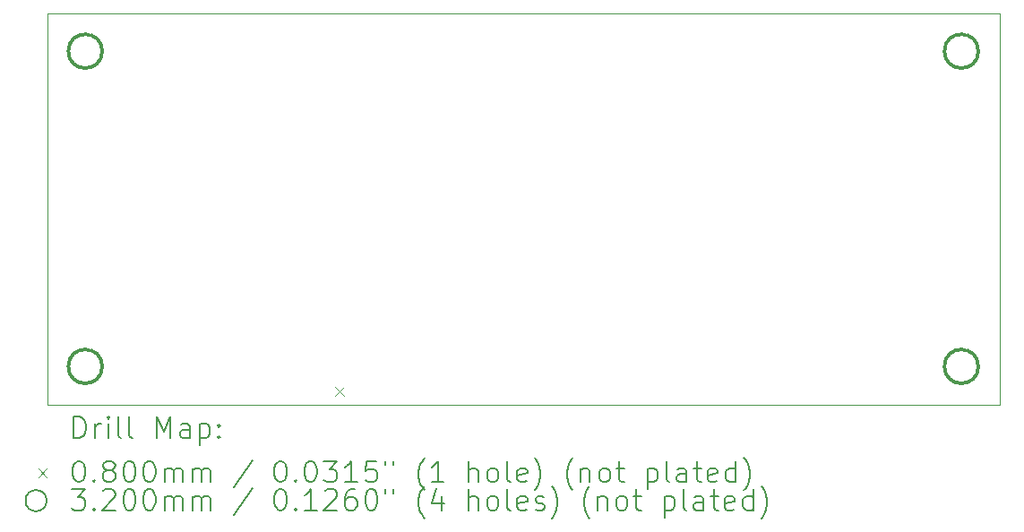
<source format=gbr>
%FSLAX45Y45*%
G04 Gerber Fmt 4.5, Leading zero omitted, Abs format (unit mm)*
G04 Created by KiCad (PCBNEW (6.0.4-0)) date 2022-07-12 14:17:31*
%MOMM*%
%LPD*%
G01*
G04 APERTURE LIST*
%TA.AperFunction,Profile*%
%ADD10C,0.100000*%
%TD*%
%ADD11C,0.200000*%
%ADD12C,0.080000*%
%ADD13C,0.320000*%
G04 APERTURE END LIST*
D10*
X8000000Y-5600000D02*
X17000000Y-5600000D01*
X17000000Y-5600000D02*
X17000000Y-9300000D01*
X17000000Y-9300000D02*
X8000000Y-9300000D01*
X8000000Y-9300000D02*
X8000000Y-5600000D01*
D11*
D12*
X10722000Y-9138000D02*
X10802000Y-9218000D01*
X10802000Y-9138000D02*
X10722000Y-9218000D01*
D13*
X8520000Y-5960000D02*
G75*
G03*
X8520000Y-5960000I-160000J0D01*
G01*
X8520000Y-8940000D02*
G75*
G03*
X8520000Y-8940000I-160000J0D01*
G01*
X16800000Y-5960000D02*
G75*
G03*
X16800000Y-5960000I-160000J0D01*
G01*
X16800000Y-8940000D02*
G75*
G03*
X16800000Y-8940000I-160000J0D01*
G01*
D11*
X8252619Y-9615476D02*
X8252619Y-9415476D01*
X8300238Y-9415476D01*
X8328809Y-9425000D01*
X8347857Y-9444048D01*
X8357381Y-9463095D01*
X8366905Y-9501190D01*
X8366905Y-9529762D01*
X8357381Y-9567857D01*
X8347857Y-9586905D01*
X8328809Y-9605952D01*
X8300238Y-9615476D01*
X8252619Y-9615476D01*
X8452619Y-9615476D02*
X8452619Y-9482143D01*
X8452619Y-9520238D02*
X8462143Y-9501190D01*
X8471667Y-9491667D01*
X8490714Y-9482143D01*
X8509762Y-9482143D01*
X8576429Y-9615476D02*
X8576429Y-9482143D01*
X8576429Y-9415476D02*
X8566905Y-9425000D01*
X8576429Y-9434524D01*
X8585952Y-9425000D01*
X8576429Y-9415476D01*
X8576429Y-9434524D01*
X8700238Y-9615476D02*
X8681190Y-9605952D01*
X8671667Y-9586905D01*
X8671667Y-9415476D01*
X8805000Y-9615476D02*
X8785952Y-9605952D01*
X8776429Y-9586905D01*
X8776429Y-9415476D01*
X9033571Y-9615476D02*
X9033571Y-9415476D01*
X9100238Y-9558333D01*
X9166905Y-9415476D01*
X9166905Y-9615476D01*
X9347857Y-9615476D02*
X9347857Y-9510714D01*
X9338333Y-9491667D01*
X9319286Y-9482143D01*
X9281190Y-9482143D01*
X9262143Y-9491667D01*
X9347857Y-9605952D02*
X9328810Y-9615476D01*
X9281190Y-9615476D01*
X9262143Y-9605952D01*
X9252619Y-9586905D01*
X9252619Y-9567857D01*
X9262143Y-9548810D01*
X9281190Y-9539286D01*
X9328810Y-9539286D01*
X9347857Y-9529762D01*
X9443095Y-9482143D02*
X9443095Y-9682143D01*
X9443095Y-9491667D02*
X9462143Y-9482143D01*
X9500238Y-9482143D01*
X9519286Y-9491667D01*
X9528810Y-9501190D01*
X9538333Y-9520238D01*
X9538333Y-9577381D01*
X9528810Y-9596429D01*
X9519286Y-9605952D01*
X9500238Y-9615476D01*
X9462143Y-9615476D01*
X9443095Y-9605952D01*
X9624048Y-9596429D02*
X9633571Y-9605952D01*
X9624048Y-9615476D01*
X9614524Y-9605952D01*
X9624048Y-9596429D01*
X9624048Y-9615476D01*
X9624048Y-9491667D02*
X9633571Y-9501190D01*
X9624048Y-9510714D01*
X9614524Y-9501190D01*
X9624048Y-9491667D01*
X9624048Y-9510714D01*
D12*
X7915000Y-9905000D02*
X7995000Y-9985000D01*
X7995000Y-9905000D02*
X7915000Y-9985000D01*
D11*
X8290714Y-9835476D02*
X8309762Y-9835476D01*
X8328809Y-9845000D01*
X8338333Y-9854524D01*
X8347857Y-9873571D01*
X8357381Y-9911667D01*
X8357381Y-9959286D01*
X8347857Y-9997381D01*
X8338333Y-10016429D01*
X8328809Y-10025952D01*
X8309762Y-10035476D01*
X8290714Y-10035476D01*
X8271667Y-10025952D01*
X8262143Y-10016429D01*
X8252619Y-9997381D01*
X8243095Y-9959286D01*
X8243095Y-9911667D01*
X8252619Y-9873571D01*
X8262143Y-9854524D01*
X8271667Y-9845000D01*
X8290714Y-9835476D01*
X8443095Y-10016429D02*
X8452619Y-10025952D01*
X8443095Y-10035476D01*
X8433571Y-10025952D01*
X8443095Y-10016429D01*
X8443095Y-10035476D01*
X8566905Y-9921190D02*
X8547857Y-9911667D01*
X8538333Y-9902143D01*
X8528810Y-9883095D01*
X8528810Y-9873571D01*
X8538333Y-9854524D01*
X8547857Y-9845000D01*
X8566905Y-9835476D01*
X8605000Y-9835476D01*
X8624048Y-9845000D01*
X8633571Y-9854524D01*
X8643095Y-9873571D01*
X8643095Y-9883095D01*
X8633571Y-9902143D01*
X8624048Y-9911667D01*
X8605000Y-9921190D01*
X8566905Y-9921190D01*
X8547857Y-9930714D01*
X8538333Y-9940238D01*
X8528810Y-9959286D01*
X8528810Y-9997381D01*
X8538333Y-10016429D01*
X8547857Y-10025952D01*
X8566905Y-10035476D01*
X8605000Y-10035476D01*
X8624048Y-10025952D01*
X8633571Y-10016429D01*
X8643095Y-9997381D01*
X8643095Y-9959286D01*
X8633571Y-9940238D01*
X8624048Y-9930714D01*
X8605000Y-9921190D01*
X8766905Y-9835476D02*
X8785952Y-9835476D01*
X8805000Y-9845000D01*
X8814524Y-9854524D01*
X8824048Y-9873571D01*
X8833571Y-9911667D01*
X8833571Y-9959286D01*
X8824048Y-9997381D01*
X8814524Y-10016429D01*
X8805000Y-10025952D01*
X8785952Y-10035476D01*
X8766905Y-10035476D01*
X8747857Y-10025952D01*
X8738333Y-10016429D01*
X8728810Y-9997381D01*
X8719286Y-9959286D01*
X8719286Y-9911667D01*
X8728810Y-9873571D01*
X8738333Y-9854524D01*
X8747857Y-9845000D01*
X8766905Y-9835476D01*
X8957381Y-9835476D02*
X8976429Y-9835476D01*
X8995476Y-9845000D01*
X9005000Y-9854524D01*
X9014524Y-9873571D01*
X9024048Y-9911667D01*
X9024048Y-9959286D01*
X9014524Y-9997381D01*
X9005000Y-10016429D01*
X8995476Y-10025952D01*
X8976429Y-10035476D01*
X8957381Y-10035476D01*
X8938333Y-10025952D01*
X8928810Y-10016429D01*
X8919286Y-9997381D01*
X8909762Y-9959286D01*
X8909762Y-9911667D01*
X8919286Y-9873571D01*
X8928810Y-9854524D01*
X8938333Y-9845000D01*
X8957381Y-9835476D01*
X9109762Y-10035476D02*
X9109762Y-9902143D01*
X9109762Y-9921190D02*
X9119286Y-9911667D01*
X9138333Y-9902143D01*
X9166905Y-9902143D01*
X9185952Y-9911667D01*
X9195476Y-9930714D01*
X9195476Y-10035476D01*
X9195476Y-9930714D02*
X9205000Y-9911667D01*
X9224048Y-9902143D01*
X9252619Y-9902143D01*
X9271667Y-9911667D01*
X9281190Y-9930714D01*
X9281190Y-10035476D01*
X9376429Y-10035476D02*
X9376429Y-9902143D01*
X9376429Y-9921190D02*
X9385952Y-9911667D01*
X9405000Y-9902143D01*
X9433571Y-9902143D01*
X9452619Y-9911667D01*
X9462143Y-9930714D01*
X9462143Y-10035476D01*
X9462143Y-9930714D02*
X9471667Y-9911667D01*
X9490714Y-9902143D01*
X9519286Y-9902143D01*
X9538333Y-9911667D01*
X9547857Y-9930714D01*
X9547857Y-10035476D01*
X9938333Y-9825952D02*
X9766905Y-10083095D01*
X10195476Y-9835476D02*
X10214524Y-9835476D01*
X10233571Y-9845000D01*
X10243095Y-9854524D01*
X10252619Y-9873571D01*
X10262143Y-9911667D01*
X10262143Y-9959286D01*
X10252619Y-9997381D01*
X10243095Y-10016429D01*
X10233571Y-10025952D01*
X10214524Y-10035476D01*
X10195476Y-10035476D01*
X10176429Y-10025952D01*
X10166905Y-10016429D01*
X10157381Y-9997381D01*
X10147857Y-9959286D01*
X10147857Y-9911667D01*
X10157381Y-9873571D01*
X10166905Y-9854524D01*
X10176429Y-9845000D01*
X10195476Y-9835476D01*
X10347857Y-10016429D02*
X10357381Y-10025952D01*
X10347857Y-10035476D01*
X10338333Y-10025952D01*
X10347857Y-10016429D01*
X10347857Y-10035476D01*
X10481190Y-9835476D02*
X10500238Y-9835476D01*
X10519286Y-9845000D01*
X10528810Y-9854524D01*
X10538333Y-9873571D01*
X10547857Y-9911667D01*
X10547857Y-9959286D01*
X10538333Y-9997381D01*
X10528810Y-10016429D01*
X10519286Y-10025952D01*
X10500238Y-10035476D01*
X10481190Y-10035476D01*
X10462143Y-10025952D01*
X10452619Y-10016429D01*
X10443095Y-9997381D01*
X10433571Y-9959286D01*
X10433571Y-9911667D01*
X10443095Y-9873571D01*
X10452619Y-9854524D01*
X10462143Y-9845000D01*
X10481190Y-9835476D01*
X10614524Y-9835476D02*
X10738333Y-9835476D01*
X10671667Y-9911667D01*
X10700238Y-9911667D01*
X10719286Y-9921190D01*
X10728810Y-9930714D01*
X10738333Y-9949762D01*
X10738333Y-9997381D01*
X10728810Y-10016429D01*
X10719286Y-10025952D01*
X10700238Y-10035476D01*
X10643095Y-10035476D01*
X10624048Y-10025952D01*
X10614524Y-10016429D01*
X10928810Y-10035476D02*
X10814524Y-10035476D01*
X10871667Y-10035476D02*
X10871667Y-9835476D01*
X10852619Y-9864048D01*
X10833571Y-9883095D01*
X10814524Y-9892619D01*
X11109762Y-9835476D02*
X11014524Y-9835476D01*
X11005000Y-9930714D01*
X11014524Y-9921190D01*
X11033571Y-9911667D01*
X11081190Y-9911667D01*
X11100238Y-9921190D01*
X11109762Y-9930714D01*
X11119286Y-9949762D01*
X11119286Y-9997381D01*
X11109762Y-10016429D01*
X11100238Y-10025952D01*
X11081190Y-10035476D01*
X11033571Y-10035476D01*
X11014524Y-10025952D01*
X11005000Y-10016429D01*
X11195476Y-9835476D02*
X11195476Y-9873571D01*
X11271667Y-9835476D02*
X11271667Y-9873571D01*
X11566905Y-10111667D02*
X11557381Y-10102143D01*
X11538333Y-10073571D01*
X11528809Y-10054524D01*
X11519286Y-10025952D01*
X11509762Y-9978333D01*
X11509762Y-9940238D01*
X11519286Y-9892619D01*
X11528809Y-9864048D01*
X11538333Y-9845000D01*
X11557381Y-9816429D01*
X11566905Y-9806905D01*
X11747857Y-10035476D02*
X11633571Y-10035476D01*
X11690714Y-10035476D02*
X11690714Y-9835476D01*
X11671667Y-9864048D01*
X11652619Y-9883095D01*
X11633571Y-9892619D01*
X11985952Y-10035476D02*
X11985952Y-9835476D01*
X12071667Y-10035476D02*
X12071667Y-9930714D01*
X12062143Y-9911667D01*
X12043095Y-9902143D01*
X12014524Y-9902143D01*
X11995476Y-9911667D01*
X11985952Y-9921190D01*
X12195476Y-10035476D02*
X12176428Y-10025952D01*
X12166905Y-10016429D01*
X12157381Y-9997381D01*
X12157381Y-9940238D01*
X12166905Y-9921190D01*
X12176428Y-9911667D01*
X12195476Y-9902143D01*
X12224048Y-9902143D01*
X12243095Y-9911667D01*
X12252619Y-9921190D01*
X12262143Y-9940238D01*
X12262143Y-9997381D01*
X12252619Y-10016429D01*
X12243095Y-10025952D01*
X12224048Y-10035476D01*
X12195476Y-10035476D01*
X12376428Y-10035476D02*
X12357381Y-10025952D01*
X12347857Y-10006905D01*
X12347857Y-9835476D01*
X12528809Y-10025952D02*
X12509762Y-10035476D01*
X12471667Y-10035476D01*
X12452619Y-10025952D01*
X12443095Y-10006905D01*
X12443095Y-9930714D01*
X12452619Y-9911667D01*
X12471667Y-9902143D01*
X12509762Y-9902143D01*
X12528809Y-9911667D01*
X12538333Y-9930714D01*
X12538333Y-9949762D01*
X12443095Y-9968810D01*
X12605000Y-10111667D02*
X12614524Y-10102143D01*
X12633571Y-10073571D01*
X12643095Y-10054524D01*
X12652619Y-10025952D01*
X12662143Y-9978333D01*
X12662143Y-9940238D01*
X12652619Y-9892619D01*
X12643095Y-9864048D01*
X12633571Y-9845000D01*
X12614524Y-9816429D01*
X12605000Y-9806905D01*
X12966905Y-10111667D02*
X12957381Y-10102143D01*
X12938333Y-10073571D01*
X12928809Y-10054524D01*
X12919286Y-10025952D01*
X12909762Y-9978333D01*
X12909762Y-9940238D01*
X12919286Y-9892619D01*
X12928809Y-9864048D01*
X12938333Y-9845000D01*
X12957381Y-9816429D01*
X12966905Y-9806905D01*
X13043095Y-9902143D02*
X13043095Y-10035476D01*
X13043095Y-9921190D02*
X13052619Y-9911667D01*
X13071667Y-9902143D01*
X13100238Y-9902143D01*
X13119286Y-9911667D01*
X13128809Y-9930714D01*
X13128809Y-10035476D01*
X13252619Y-10035476D02*
X13233571Y-10025952D01*
X13224048Y-10016429D01*
X13214524Y-9997381D01*
X13214524Y-9940238D01*
X13224048Y-9921190D01*
X13233571Y-9911667D01*
X13252619Y-9902143D01*
X13281190Y-9902143D01*
X13300238Y-9911667D01*
X13309762Y-9921190D01*
X13319286Y-9940238D01*
X13319286Y-9997381D01*
X13309762Y-10016429D01*
X13300238Y-10025952D01*
X13281190Y-10035476D01*
X13252619Y-10035476D01*
X13376428Y-9902143D02*
X13452619Y-9902143D01*
X13405000Y-9835476D02*
X13405000Y-10006905D01*
X13414524Y-10025952D01*
X13433571Y-10035476D01*
X13452619Y-10035476D01*
X13671667Y-9902143D02*
X13671667Y-10102143D01*
X13671667Y-9911667D02*
X13690714Y-9902143D01*
X13728809Y-9902143D01*
X13747857Y-9911667D01*
X13757381Y-9921190D01*
X13766905Y-9940238D01*
X13766905Y-9997381D01*
X13757381Y-10016429D01*
X13747857Y-10025952D01*
X13728809Y-10035476D01*
X13690714Y-10035476D01*
X13671667Y-10025952D01*
X13881190Y-10035476D02*
X13862143Y-10025952D01*
X13852619Y-10006905D01*
X13852619Y-9835476D01*
X14043095Y-10035476D02*
X14043095Y-9930714D01*
X14033571Y-9911667D01*
X14014524Y-9902143D01*
X13976428Y-9902143D01*
X13957381Y-9911667D01*
X14043095Y-10025952D02*
X14024048Y-10035476D01*
X13976428Y-10035476D01*
X13957381Y-10025952D01*
X13947857Y-10006905D01*
X13947857Y-9987857D01*
X13957381Y-9968810D01*
X13976428Y-9959286D01*
X14024048Y-9959286D01*
X14043095Y-9949762D01*
X14109762Y-9902143D02*
X14185952Y-9902143D01*
X14138333Y-9835476D02*
X14138333Y-10006905D01*
X14147857Y-10025952D01*
X14166905Y-10035476D01*
X14185952Y-10035476D01*
X14328809Y-10025952D02*
X14309762Y-10035476D01*
X14271667Y-10035476D01*
X14252619Y-10025952D01*
X14243095Y-10006905D01*
X14243095Y-9930714D01*
X14252619Y-9911667D01*
X14271667Y-9902143D01*
X14309762Y-9902143D01*
X14328809Y-9911667D01*
X14338333Y-9930714D01*
X14338333Y-9949762D01*
X14243095Y-9968810D01*
X14509762Y-10035476D02*
X14509762Y-9835476D01*
X14509762Y-10025952D02*
X14490714Y-10035476D01*
X14452619Y-10035476D01*
X14433571Y-10025952D01*
X14424048Y-10016429D01*
X14414524Y-9997381D01*
X14414524Y-9940238D01*
X14424048Y-9921190D01*
X14433571Y-9911667D01*
X14452619Y-9902143D01*
X14490714Y-9902143D01*
X14509762Y-9911667D01*
X14585952Y-10111667D02*
X14595476Y-10102143D01*
X14614524Y-10073571D01*
X14624048Y-10054524D01*
X14633571Y-10025952D01*
X14643095Y-9978333D01*
X14643095Y-9940238D01*
X14633571Y-9892619D01*
X14624048Y-9864048D01*
X14614524Y-9845000D01*
X14595476Y-9816429D01*
X14585952Y-9806905D01*
X7995000Y-10209000D02*
G75*
G03*
X7995000Y-10209000I-100000J0D01*
G01*
X8233571Y-10099476D02*
X8357381Y-10099476D01*
X8290714Y-10175667D01*
X8319286Y-10175667D01*
X8338333Y-10185190D01*
X8347857Y-10194714D01*
X8357381Y-10213762D01*
X8357381Y-10261381D01*
X8347857Y-10280429D01*
X8338333Y-10289952D01*
X8319286Y-10299476D01*
X8262143Y-10299476D01*
X8243095Y-10289952D01*
X8233571Y-10280429D01*
X8443095Y-10280429D02*
X8452619Y-10289952D01*
X8443095Y-10299476D01*
X8433571Y-10289952D01*
X8443095Y-10280429D01*
X8443095Y-10299476D01*
X8528810Y-10118524D02*
X8538333Y-10109000D01*
X8557381Y-10099476D01*
X8605000Y-10099476D01*
X8624048Y-10109000D01*
X8633571Y-10118524D01*
X8643095Y-10137571D01*
X8643095Y-10156619D01*
X8633571Y-10185190D01*
X8519286Y-10299476D01*
X8643095Y-10299476D01*
X8766905Y-10099476D02*
X8785952Y-10099476D01*
X8805000Y-10109000D01*
X8814524Y-10118524D01*
X8824048Y-10137571D01*
X8833571Y-10175667D01*
X8833571Y-10223286D01*
X8824048Y-10261381D01*
X8814524Y-10280429D01*
X8805000Y-10289952D01*
X8785952Y-10299476D01*
X8766905Y-10299476D01*
X8747857Y-10289952D01*
X8738333Y-10280429D01*
X8728810Y-10261381D01*
X8719286Y-10223286D01*
X8719286Y-10175667D01*
X8728810Y-10137571D01*
X8738333Y-10118524D01*
X8747857Y-10109000D01*
X8766905Y-10099476D01*
X8957381Y-10099476D02*
X8976429Y-10099476D01*
X8995476Y-10109000D01*
X9005000Y-10118524D01*
X9014524Y-10137571D01*
X9024048Y-10175667D01*
X9024048Y-10223286D01*
X9014524Y-10261381D01*
X9005000Y-10280429D01*
X8995476Y-10289952D01*
X8976429Y-10299476D01*
X8957381Y-10299476D01*
X8938333Y-10289952D01*
X8928810Y-10280429D01*
X8919286Y-10261381D01*
X8909762Y-10223286D01*
X8909762Y-10175667D01*
X8919286Y-10137571D01*
X8928810Y-10118524D01*
X8938333Y-10109000D01*
X8957381Y-10099476D01*
X9109762Y-10299476D02*
X9109762Y-10166143D01*
X9109762Y-10185190D02*
X9119286Y-10175667D01*
X9138333Y-10166143D01*
X9166905Y-10166143D01*
X9185952Y-10175667D01*
X9195476Y-10194714D01*
X9195476Y-10299476D01*
X9195476Y-10194714D02*
X9205000Y-10175667D01*
X9224048Y-10166143D01*
X9252619Y-10166143D01*
X9271667Y-10175667D01*
X9281190Y-10194714D01*
X9281190Y-10299476D01*
X9376429Y-10299476D02*
X9376429Y-10166143D01*
X9376429Y-10185190D02*
X9385952Y-10175667D01*
X9405000Y-10166143D01*
X9433571Y-10166143D01*
X9452619Y-10175667D01*
X9462143Y-10194714D01*
X9462143Y-10299476D01*
X9462143Y-10194714D02*
X9471667Y-10175667D01*
X9490714Y-10166143D01*
X9519286Y-10166143D01*
X9538333Y-10175667D01*
X9547857Y-10194714D01*
X9547857Y-10299476D01*
X9938333Y-10089952D02*
X9766905Y-10347095D01*
X10195476Y-10099476D02*
X10214524Y-10099476D01*
X10233571Y-10109000D01*
X10243095Y-10118524D01*
X10252619Y-10137571D01*
X10262143Y-10175667D01*
X10262143Y-10223286D01*
X10252619Y-10261381D01*
X10243095Y-10280429D01*
X10233571Y-10289952D01*
X10214524Y-10299476D01*
X10195476Y-10299476D01*
X10176429Y-10289952D01*
X10166905Y-10280429D01*
X10157381Y-10261381D01*
X10147857Y-10223286D01*
X10147857Y-10175667D01*
X10157381Y-10137571D01*
X10166905Y-10118524D01*
X10176429Y-10109000D01*
X10195476Y-10099476D01*
X10347857Y-10280429D02*
X10357381Y-10289952D01*
X10347857Y-10299476D01*
X10338333Y-10289952D01*
X10347857Y-10280429D01*
X10347857Y-10299476D01*
X10547857Y-10299476D02*
X10433571Y-10299476D01*
X10490714Y-10299476D02*
X10490714Y-10099476D01*
X10471667Y-10128048D01*
X10452619Y-10147095D01*
X10433571Y-10156619D01*
X10624048Y-10118524D02*
X10633571Y-10109000D01*
X10652619Y-10099476D01*
X10700238Y-10099476D01*
X10719286Y-10109000D01*
X10728810Y-10118524D01*
X10738333Y-10137571D01*
X10738333Y-10156619D01*
X10728810Y-10185190D01*
X10614524Y-10299476D01*
X10738333Y-10299476D01*
X10909762Y-10099476D02*
X10871667Y-10099476D01*
X10852619Y-10109000D01*
X10843095Y-10118524D01*
X10824048Y-10147095D01*
X10814524Y-10185190D01*
X10814524Y-10261381D01*
X10824048Y-10280429D01*
X10833571Y-10289952D01*
X10852619Y-10299476D01*
X10890714Y-10299476D01*
X10909762Y-10289952D01*
X10919286Y-10280429D01*
X10928810Y-10261381D01*
X10928810Y-10213762D01*
X10919286Y-10194714D01*
X10909762Y-10185190D01*
X10890714Y-10175667D01*
X10852619Y-10175667D01*
X10833571Y-10185190D01*
X10824048Y-10194714D01*
X10814524Y-10213762D01*
X11052619Y-10099476D02*
X11071667Y-10099476D01*
X11090714Y-10109000D01*
X11100238Y-10118524D01*
X11109762Y-10137571D01*
X11119286Y-10175667D01*
X11119286Y-10223286D01*
X11109762Y-10261381D01*
X11100238Y-10280429D01*
X11090714Y-10289952D01*
X11071667Y-10299476D01*
X11052619Y-10299476D01*
X11033571Y-10289952D01*
X11024048Y-10280429D01*
X11014524Y-10261381D01*
X11005000Y-10223286D01*
X11005000Y-10175667D01*
X11014524Y-10137571D01*
X11024048Y-10118524D01*
X11033571Y-10109000D01*
X11052619Y-10099476D01*
X11195476Y-10099476D02*
X11195476Y-10137571D01*
X11271667Y-10099476D02*
X11271667Y-10137571D01*
X11566905Y-10375667D02*
X11557381Y-10366143D01*
X11538333Y-10337571D01*
X11528809Y-10318524D01*
X11519286Y-10289952D01*
X11509762Y-10242333D01*
X11509762Y-10204238D01*
X11519286Y-10156619D01*
X11528809Y-10128048D01*
X11538333Y-10109000D01*
X11557381Y-10080429D01*
X11566905Y-10070905D01*
X11728809Y-10166143D02*
X11728809Y-10299476D01*
X11681190Y-10089952D02*
X11633571Y-10232810D01*
X11757381Y-10232810D01*
X11985952Y-10299476D02*
X11985952Y-10099476D01*
X12071667Y-10299476D02*
X12071667Y-10194714D01*
X12062143Y-10175667D01*
X12043095Y-10166143D01*
X12014524Y-10166143D01*
X11995476Y-10175667D01*
X11985952Y-10185190D01*
X12195476Y-10299476D02*
X12176428Y-10289952D01*
X12166905Y-10280429D01*
X12157381Y-10261381D01*
X12157381Y-10204238D01*
X12166905Y-10185190D01*
X12176428Y-10175667D01*
X12195476Y-10166143D01*
X12224048Y-10166143D01*
X12243095Y-10175667D01*
X12252619Y-10185190D01*
X12262143Y-10204238D01*
X12262143Y-10261381D01*
X12252619Y-10280429D01*
X12243095Y-10289952D01*
X12224048Y-10299476D01*
X12195476Y-10299476D01*
X12376428Y-10299476D02*
X12357381Y-10289952D01*
X12347857Y-10270905D01*
X12347857Y-10099476D01*
X12528809Y-10289952D02*
X12509762Y-10299476D01*
X12471667Y-10299476D01*
X12452619Y-10289952D01*
X12443095Y-10270905D01*
X12443095Y-10194714D01*
X12452619Y-10175667D01*
X12471667Y-10166143D01*
X12509762Y-10166143D01*
X12528809Y-10175667D01*
X12538333Y-10194714D01*
X12538333Y-10213762D01*
X12443095Y-10232810D01*
X12614524Y-10289952D02*
X12633571Y-10299476D01*
X12671667Y-10299476D01*
X12690714Y-10289952D01*
X12700238Y-10270905D01*
X12700238Y-10261381D01*
X12690714Y-10242333D01*
X12671667Y-10232810D01*
X12643095Y-10232810D01*
X12624048Y-10223286D01*
X12614524Y-10204238D01*
X12614524Y-10194714D01*
X12624048Y-10175667D01*
X12643095Y-10166143D01*
X12671667Y-10166143D01*
X12690714Y-10175667D01*
X12766905Y-10375667D02*
X12776428Y-10366143D01*
X12795476Y-10337571D01*
X12805000Y-10318524D01*
X12814524Y-10289952D01*
X12824048Y-10242333D01*
X12824048Y-10204238D01*
X12814524Y-10156619D01*
X12805000Y-10128048D01*
X12795476Y-10109000D01*
X12776428Y-10080429D01*
X12766905Y-10070905D01*
X13128809Y-10375667D02*
X13119286Y-10366143D01*
X13100238Y-10337571D01*
X13090714Y-10318524D01*
X13081190Y-10289952D01*
X13071667Y-10242333D01*
X13071667Y-10204238D01*
X13081190Y-10156619D01*
X13090714Y-10128048D01*
X13100238Y-10109000D01*
X13119286Y-10080429D01*
X13128809Y-10070905D01*
X13205000Y-10166143D02*
X13205000Y-10299476D01*
X13205000Y-10185190D02*
X13214524Y-10175667D01*
X13233571Y-10166143D01*
X13262143Y-10166143D01*
X13281190Y-10175667D01*
X13290714Y-10194714D01*
X13290714Y-10299476D01*
X13414524Y-10299476D02*
X13395476Y-10289952D01*
X13385952Y-10280429D01*
X13376428Y-10261381D01*
X13376428Y-10204238D01*
X13385952Y-10185190D01*
X13395476Y-10175667D01*
X13414524Y-10166143D01*
X13443095Y-10166143D01*
X13462143Y-10175667D01*
X13471667Y-10185190D01*
X13481190Y-10204238D01*
X13481190Y-10261381D01*
X13471667Y-10280429D01*
X13462143Y-10289952D01*
X13443095Y-10299476D01*
X13414524Y-10299476D01*
X13538333Y-10166143D02*
X13614524Y-10166143D01*
X13566905Y-10099476D02*
X13566905Y-10270905D01*
X13576428Y-10289952D01*
X13595476Y-10299476D01*
X13614524Y-10299476D01*
X13833571Y-10166143D02*
X13833571Y-10366143D01*
X13833571Y-10175667D02*
X13852619Y-10166143D01*
X13890714Y-10166143D01*
X13909762Y-10175667D01*
X13919286Y-10185190D01*
X13928809Y-10204238D01*
X13928809Y-10261381D01*
X13919286Y-10280429D01*
X13909762Y-10289952D01*
X13890714Y-10299476D01*
X13852619Y-10299476D01*
X13833571Y-10289952D01*
X14043095Y-10299476D02*
X14024048Y-10289952D01*
X14014524Y-10270905D01*
X14014524Y-10099476D01*
X14205000Y-10299476D02*
X14205000Y-10194714D01*
X14195476Y-10175667D01*
X14176428Y-10166143D01*
X14138333Y-10166143D01*
X14119286Y-10175667D01*
X14205000Y-10289952D02*
X14185952Y-10299476D01*
X14138333Y-10299476D01*
X14119286Y-10289952D01*
X14109762Y-10270905D01*
X14109762Y-10251857D01*
X14119286Y-10232810D01*
X14138333Y-10223286D01*
X14185952Y-10223286D01*
X14205000Y-10213762D01*
X14271667Y-10166143D02*
X14347857Y-10166143D01*
X14300238Y-10099476D02*
X14300238Y-10270905D01*
X14309762Y-10289952D01*
X14328809Y-10299476D01*
X14347857Y-10299476D01*
X14490714Y-10289952D02*
X14471667Y-10299476D01*
X14433571Y-10299476D01*
X14414524Y-10289952D01*
X14405000Y-10270905D01*
X14405000Y-10194714D01*
X14414524Y-10175667D01*
X14433571Y-10166143D01*
X14471667Y-10166143D01*
X14490714Y-10175667D01*
X14500238Y-10194714D01*
X14500238Y-10213762D01*
X14405000Y-10232810D01*
X14671667Y-10299476D02*
X14671667Y-10099476D01*
X14671667Y-10289952D02*
X14652619Y-10299476D01*
X14614524Y-10299476D01*
X14595476Y-10289952D01*
X14585952Y-10280429D01*
X14576428Y-10261381D01*
X14576428Y-10204238D01*
X14585952Y-10185190D01*
X14595476Y-10175667D01*
X14614524Y-10166143D01*
X14652619Y-10166143D01*
X14671667Y-10175667D01*
X14747857Y-10375667D02*
X14757381Y-10366143D01*
X14776428Y-10337571D01*
X14785952Y-10318524D01*
X14795476Y-10289952D01*
X14805000Y-10242333D01*
X14805000Y-10204238D01*
X14795476Y-10156619D01*
X14785952Y-10128048D01*
X14776428Y-10109000D01*
X14757381Y-10080429D01*
X14747857Y-10070905D01*
M02*

</source>
